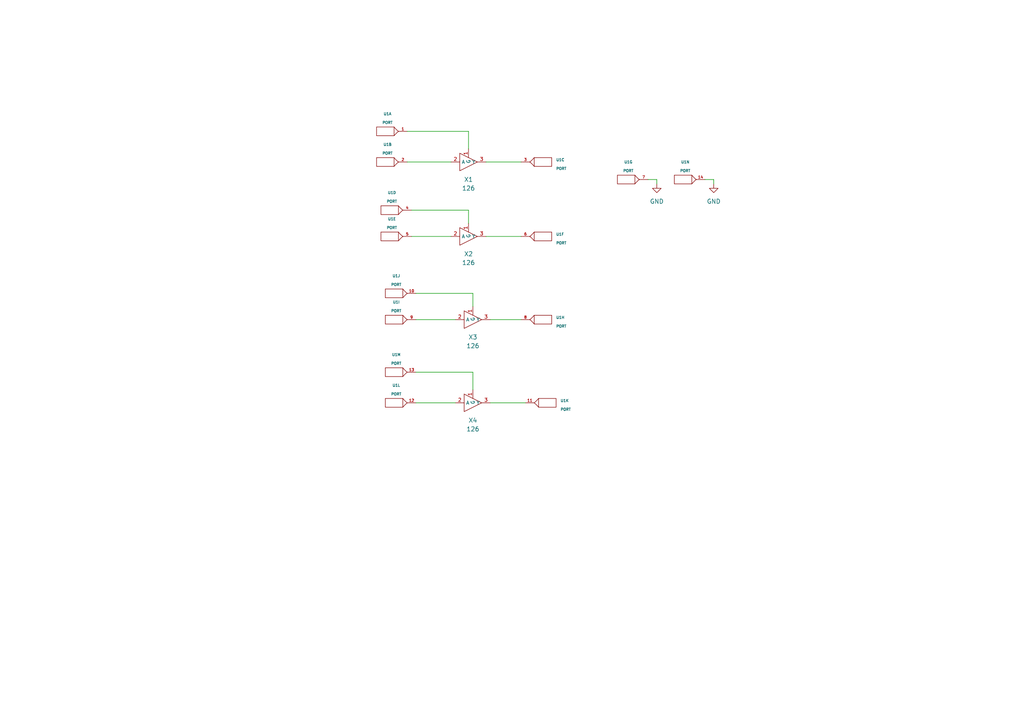
<source format=kicad_sch>
(kicad_sch (version 20211123) (generator eeschema)
  (paper "A4")
  (lib_symbols
    (symbol "eSim_Miscellaneous:PORT" (pin_names (offset 1.016))
      (property "Reference" "U" (at 1.27 2.54 0))
      (property "Value" "PORT" (at 0 0 0))
      (symbol "PORT_0_1"
        (rectangle (start -2.54 1.27) (end 2.54 -1.27))
        (arc (start 2.54 1.27) (mid 3.1355 0.5955) (end 3.81 0))
        (arc (start 3.81 0) (mid 3.1447 -0.6046) (end 2.54 -1.27))
      )
      (symbol "PORT_1_1"
        (pin bidirectional line (at 6.35 0 180) (length 2.54) (name "~") (number "1"))
      )
      (symbol "PORT_2_1"
        (pin bidirectional line (at 6.35 0 180) (length 2.54) (name "~") (number "2"))
      )
      (symbol "PORT_3_1"
        (pin bidirectional line (at 6.35 0 180) (length 2.54) (name "~") (number "3"))
      )
      (symbol "PORT_4_1"
        (pin bidirectional line (at 6.35 0 180) (length 2.54) (name "~") (number "4"))
      )
      (symbol "PORT_5_1"
        (pin bidirectional line (at 6.35 0 180) (length 2.54) (name "~") (number "5"))
      )
      (symbol "PORT_6_1"
        (pin bidirectional line (at 6.35 0 180) (length 2.54) (name "~") (number "6"))
      )
      (symbol "PORT_7_1"
        (pin bidirectional line (at 6.35 0 180) (length 2.54) (name "~") (number "7"))
      )
      (symbol "PORT_8_1"
        (pin bidirectional line (at 6.35 0 180) (length 2.54) (name "~") (number "8"))
      )
      (symbol "PORT_9_1"
        (pin bidirectional line (at 6.35 0 180) (length 2.54) (name "~") (number "9"))
      )
      (symbol "PORT_10_1"
        (pin bidirectional line (at 6.35 0 180) (length 2.54) (name "~") (number "10"))
      )
      (symbol "PORT_11_1"
        (pin bidirectional line (at 6.35 0 180) (length 2.54) (name "~") (number "11"))
      )
      (symbol "PORT_12_1"
        (pin bidirectional line (at 6.35 0 180) (length 2.54) (name "~") (number "12"))
      )
      (symbol "PORT_13_1"
        (pin bidirectional line (at 6.35 0 180) (length 2.54) (name "~") (number "13"))
      )
      (symbol "PORT_14_1"
        (pin bidirectional line (at 6.35 0 180) (length 2.54) (name "~") (number "14"))
      )
      (symbol "PORT_15_1"
        (pin bidirectional line (at 6.35 0 180) (length 2.54) (name "~") (number "15"))
      )
      (symbol "PORT_16_1"
        (pin bidirectional line (at 6.35 0 180) (length 2.54) (name "~") (number "16"))
      )
      (symbol "PORT_17_1"
        (pin bidirectional line (at 6.35 0 180) (length 2.54) (name "~") (number "17"))
      )
      (symbol "PORT_18_1"
        (pin bidirectional line (at 6.35 0 180) (length 2.54) (name "~") (number "18"))
      )
      (symbol "PORT_19_1"
        (pin bidirectional line (at 6.35 0 180) (length 2.54) (name "~") (number "19"))
      )
      (symbol "PORT_20_1"
        (pin bidirectional line (at 6.35 0 180) (length 2.54) (name "~") (number "20"))
      )
      (symbol "PORT_21_1"
        (pin bidirectional line (at 6.35 0 180) (length 2.54) (name "~") (number "21"))
      )
      (symbol "PORT_22_1"
        (pin bidirectional line (at 6.35 0 180) (length 2.54) (name "~") (number "22"))
      )
      (symbol "PORT_23_1"
        (pin bidirectional line (at 6.35 0 180) (length 2.54) (name "~") (number "23"))
      )
      (symbol "PORT_24_1"
        (pin bidirectional line (at 6.35 0 180) (length 2.54) (name "~") (number "24"))
      )
      (symbol "PORT_25_1"
        (pin bidirectional line (at 6.35 0 180) (length 2.54) (name "~") (number "25"))
      )
      (symbol "PORT_26_1"
        (pin bidirectional line (at 6.35 0 180) (length 2.54) (name "~") (number "26"))
      )
    )
    (symbol "eSim_Power:eSim_GND" (power) (pin_names (offset 0))
      (property "Value" "eSim_GND" (at 0 -3.81 0))
      (symbol "eSim_GND_0_1"
        (polyline (pts (xy 0 0) (xy 0 -1.27) (xy 1.27 -1.27) (xy 0 -2.54) (xy -1.27 -1.27) (xy 0 -1.27)))
      )
      (symbol "eSim_GND_1_1"
        (pin power_in line (at 0 0 270) (length 0) hide (name "GND") (number "1"))
      )
    )
    (symbol "eSim_Subckt:126"
      (property "Reference" "X" (at 2.54 1.27 0))
      (property "Value" "126" (at 0 -2.54 0))
      (symbol "126_0_1"
        (polyline (pts (xy -2.54 2.54) (xy -2.54 -2.54) (xy 2.54 0) (xy -2.54 2.54)))
      )
      (symbol "126_1_1"
        (pin input line (at 0 3.81 270) (length 2.54) (name "G") (number "1"))
        (pin input line (at -5.08 0 0) (length 2.54) (name "A") (number "2"))
        (pin output line (at 5.08 0 180) (length 2.54) (name "Y") (number "3"))
      )
    )
  )
  (wire (pts (xy 120.65 85.09) (xy 137.16 85.09)))
  (wire (pts (xy 142.24 116.84) (xy 152.4 116.84)))
  (wire (pts (xy 118.11 46.99) (xy 130.81 46.99)))
  (wire (pts (xy 120.65 92.71) (xy 132.08 92.71)))
  (wire (pts (xy 190.5 53.34) (xy 190.5 52.07)))
  (wire (pts (xy 120.65 116.84) (xy 132.08 116.84)))
  (wire (pts (xy 120.65 107.95) (xy 137.16 107.95)))
  (wire (pts (xy 190.5 52.07) (xy 187.96 52.07)))
  (wire (pts (xy 207.01 53.34) (xy 207.01 52.07)))
  (wire (pts (xy 140.97 68.58) (xy 151.13 68.58)))
  (wire (pts (xy 135.89 64.77) (xy 135.89 60.96)))
  (wire (pts (xy 135.89 38.1) (xy 135.89 43.18)))
  (wire (pts (xy 137.16 113.03) (xy 137.16 107.95)))
  (wire (pts (xy 118.11 38.1) (xy 135.89 38.1)))
  (wire (pts (xy 119.38 68.58) (xy 130.81 68.58)))
  (wire (pts (xy 207.01 52.07) (xy 204.47 52.07)))
  (wire (pts (xy 142.24 92.71) (xy 151.13 92.71)))
  (wire (pts (xy 140.97 46.99) (xy 151.13 46.99)))
  (wire (pts (xy 137.16 88.9) (xy 137.16 85.09)))
  (wire (pts (xy 119.38 60.96) (xy 135.89 60.96)))
  (symbol (lib_id "eSim_Power:eSim_GND") (at 207.01 53.34 0) (unit 1)
    (property "Reference" "#PWR02" (effects hide))
    (property "Value" "eSim_GND" (at 207.01 58.42 0))
  )
  (symbol (lib_id "eSim_Miscellaneous:PORT") (at 157.48 46.99 180) (unit 3)
    (property "Reference" "U1" (at 161.29 46.355 0) (effects (font (size 0.762 0.762)) (justify right)))
    (property "Value" "PORT" (at 161.29 48.895 0) (effects (font (size 0.762 0.762)) (justify right)))
  )
  (symbol (lib_id "eSim_Subckt:126") (at 135.89 68.58 0) (unit 1)
    (property "Reference" "X2" (at 135.89 73.66 0))
    (property "Value" "126" (at 135.89 76.2 0))
  )
  (symbol (lib_id "eSim_Miscellaneous:PORT") (at 157.48 68.58 180) (unit 6)
    (property "Reference" "U1" (at 161.29 67.945 0) (effects (font (size 0.762 0.762)) (justify right)))
    (property "Value" "PORT" (at 161.29 70.485 0) (effects (font (size 0.762 0.762)) (justify right)))
  )
  (symbol (lib_id "eSim_Miscellaneous:PORT") (at 111.76 38.1 0) (unit 1)
    (property "Reference" "U1" (at 112.395 33.02 0) (effects (font (size 0.762 0.762))))
    (property "Value" "PORT" (at 112.395 35.56 0) (effects (font (size 0.762 0.762))))
  )
  (symbol (lib_id "eSim_Subckt:126") (at 135.89 46.99 0) (unit 1)
    (property "Reference" "X1" (at 135.89 52.07 0))
    (property "Value" "126" (at 135.89 54.61 0))
  )
  (symbol (lib_id "eSim_Miscellaneous:PORT") (at 113.03 60.96 0) (unit 4)
    (property "Reference" "U1" (at 113.665 55.88 0) (effects (font (size 0.762 0.762))))
    (property "Value" "PORT" (at 113.665 58.42 0) (effects (font (size 0.762 0.762))))
  )
  (symbol (lib_id "eSim_Miscellaneous:PORT") (at 114.3 107.95 0) (unit 13)
    (property "Reference" "U1" (at 114.935 102.87 0) (effects (font (size 0.762 0.762))))
    (property "Value" "PORT" (at 114.935 105.41 0) (effects (font (size 0.762 0.762))))
  )
  (symbol (lib_id "eSim_Power:eSim_GND") (at 190.5 53.34 0) (unit 1)
    (property "Reference" "#PWR01" (effects hide))
    (property "Value" "eSim_GND" (at 190.5 58.42 0))
  )
  (symbol (lib_id "eSim_Miscellaneous:PORT") (at 114.3 92.71 0) (unit 9)
    (property "Reference" "U1" (at 114.935 87.63 0) (effects (font (size 0.762 0.762))))
    (property "Value" "PORT" (at 114.935 90.17 0) (effects (font (size 0.762 0.762))))
  )
  (symbol (lib_id "eSim_Miscellaneous:PORT") (at 113.03 68.58 0) (unit 5)
    (property "Reference" "U1" (at 113.665 63.5 0) (effects (font (size 0.762 0.762))))
    (property "Value" "PORT" (at 113.665 66.04 0) (effects (font (size 0.762 0.762))))
  )
  (symbol (lib_id "eSim_Subckt:126") (at 137.16 92.71 0) (unit 1)
    (property "Reference" "X3" (at 137.16 97.79 0))
    (property "Value" "126" (at 137.16 100.33 0))
  )
  (symbol (lib_id "eSim_Miscellaneous:PORT") (at 158.75 116.84 180) (unit 11)
    (property "Reference" "U1" (at 162.56 116.205 0) (effects (font (size 0.762 0.762)) (justify right)))
    (property "Value" "PORT" (at 162.56 118.745 0) (effects (font (size 0.762 0.762)) (justify right)))
  )
  (symbol (lib_id "eSim_Miscellaneous:PORT") (at 181.61 52.07 0) (unit 7)
    (property "Reference" "U1" (at 182.245 46.99 0) (effects (font (size 0.762 0.762))))
    (property "Value" "PORT" (at 182.245 49.53 0) (effects (font (size 0.762 0.762))))
  )
  (symbol (lib_id "eSim_Miscellaneous:PORT") (at 114.3 85.09 0) (unit 10)
    (property "Reference" "U1" (at 114.935 80.01 0) (effects (font (size 0.762 0.762))))
    (property "Value" "PORT" (at 114.935 82.55 0) (effects (font (size 0.762 0.762))))
  )
  (symbol (lib_id "eSim_Miscellaneous:PORT") (at 111.76 46.99 0) (unit 2)
    (property "Reference" "U1" (at 112.395 41.91 0) (effects (font (size 0.762 0.762))))
    (property "Value" "PORT" (at 112.395 44.45 0) (effects (font (size 0.762 0.762))))
  )
  (symbol (lib_id "eSim_Subckt:126") (at 137.16 116.84 0) (unit 1)
    (property "Reference" "X4" (at 137.16 121.92 0))
    (property "Value" "126" (at 137.16 124.46 0))
  )
  (symbol (lib_id "eSim_Miscellaneous:PORT") (at 114.3 116.84 0) (unit 12)
    (property "Reference" "U1" (at 114.935 111.76 0) (effects (font (size 0.762 0.762))))
    (property "Value" "PORT" (at 114.935 114.3 0) (effects (font (size 0.762 0.762))))
  )
  (symbol (lib_id "eSim_Miscellaneous:PORT") (at 157.48 92.71 180) (unit 8)
    (property "Reference" "U1" (at 161.29 92.075 0) (effects (font (size 0.762 0.762)) (justify right)))
    (property "Value" "PORT" (at 161.29 94.615 0) (effects (font (size 0.762 0.762)) (justify right)))
  )
  (symbol (lib_id "eSim_Miscellaneous:PORT") (at 198.12 52.07 0) (unit 14)
    (property "Reference" "U1" (at 198.755 46.99 0) (effects (font (size 0.762 0.762))))
    (property "Value" "PORT" (at 198.755 49.53 0) (effects (font (size 0.762 0.762))))
  )
)
</source>
